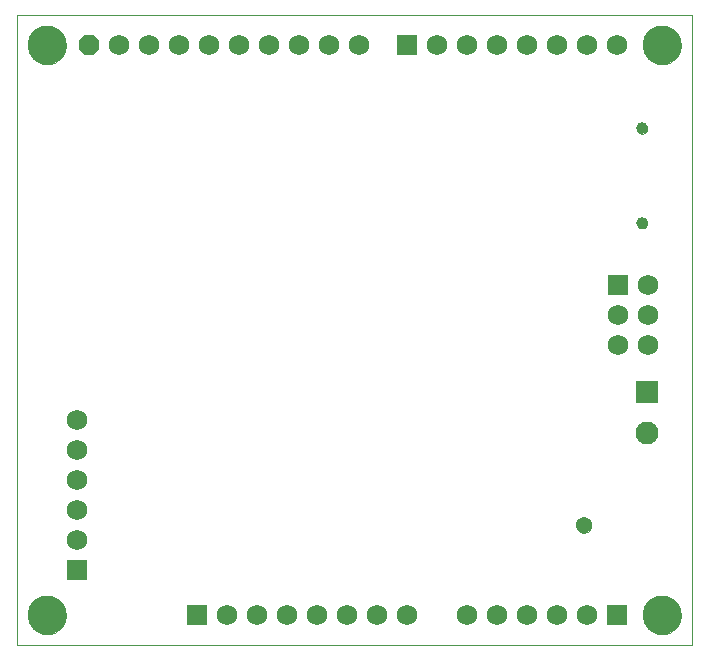
<source format=gbs>
G75*
%MOIN*%
%OFA0B0*%
%FSLAX24Y24*%
%IPPOS*%
%LPD*%
%AMOC8*
5,1,8,0,0,1.08239X$1,22.5*
%
%ADD10C,0.0000*%
%ADD11C,0.1300*%
%ADD12C,0.0390*%
%ADD13R,0.0690X0.0690*%
%ADD14C,0.0690*%
%ADD15C,0.0540*%
%ADD16R,0.0768X0.0768*%
%ADD17C,0.0768*%
%ADD18OC8,0.0690*%
D10*
X004872Y000861D02*
X027372Y000861D01*
X027372Y021861D01*
X004872Y021861D01*
X004872Y000861D01*
X005242Y001861D02*
X005244Y001911D01*
X005250Y001961D01*
X005260Y002010D01*
X005274Y002058D01*
X005291Y002105D01*
X005312Y002150D01*
X005337Y002194D01*
X005365Y002235D01*
X005397Y002274D01*
X005431Y002311D01*
X005468Y002345D01*
X005508Y002375D01*
X005550Y002402D01*
X005594Y002426D01*
X005640Y002447D01*
X005687Y002463D01*
X005735Y002476D01*
X005785Y002485D01*
X005834Y002490D01*
X005885Y002491D01*
X005935Y002488D01*
X005984Y002481D01*
X006033Y002470D01*
X006081Y002455D01*
X006127Y002437D01*
X006172Y002415D01*
X006215Y002389D01*
X006256Y002360D01*
X006295Y002328D01*
X006331Y002293D01*
X006363Y002255D01*
X006393Y002215D01*
X006420Y002172D01*
X006443Y002128D01*
X006462Y002082D01*
X006478Y002034D01*
X006490Y001985D01*
X006498Y001936D01*
X006502Y001886D01*
X006502Y001836D01*
X006498Y001786D01*
X006490Y001737D01*
X006478Y001688D01*
X006462Y001640D01*
X006443Y001594D01*
X006420Y001550D01*
X006393Y001507D01*
X006363Y001467D01*
X006331Y001429D01*
X006295Y001394D01*
X006256Y001362D01*
X006215Y001333D01*
X006172Y001307D01*
X006127Y001285D01*
X006081Y001267D01*
X006033Y001252D01*
X005984Y001241D01*
X005935Y001234D01*
X005885Y001231D01*
X005834Y001232D01*
X005785Y001237D01*
X005735Y001246D01*
X005687Y001259D01*
X005640Y001275D01*
X005594Y001296D01*
X005550Y001320D01*
X005508Y001347D01*
X005468Y001377D01*
X005431Y001411D01*
X005397Y001448D01*
X005365Y001487D01*
X005337Y001528D01*
X005312Y001572D01*
X005291Y001617D01*
X005274Y001664D01*
X005260Y001712D01*
X005250Y001761D01*
X005244Y001811D01*
X005242Y001861D01*
X023522Y004861D02*
X023524Y004892D01*
X023530Y004923D01*
X023540Y004953D01*
X023553Y004981D01*
X023570Y005008D01*
X023590Y005032D01*
X023613Y005054D01*
X023638Y005072D01*
X023666Y005087D01*
X023695Y005099D01*
X023725Y005107D01*
X023756Y005111D01*
X023788Y005111D01*
X023819Y005107D01*
X023849Y005099D01*
X023878Y005087D01*
X023906Y005072D01*
X023931Y005054D01*
X023954Y005032D01*
X023974Y005008D01*
X023991Y004981D01*
X024004Y004953D01*
X024014Y004923D01*
X024020Y004892D01*
X024022Y004861D01*
X024020Y004830D01*
X024014Y004799D01*
X024004Y004769D01*
X023991Y004741D01*
X023974Y004714D01*
X023954Y004690D01*
X023931Y004668D01*
X023906Y004650D01*
X023878Y004635D01*
X023849Y004623D01*
X023819Y004615D01*
X023788Y004611D01*
X023756Y004611D01*
X023725Y004615D01*
X023695Y004623D01*
X023666Y004635D01*
X023638Y004650D01*
X023613Y004668D01*
X023590Y004690D01*
X023570Y004714D01*
X023553Y004741D01*
X023540Y004769D01*
X023530Y004799D01*
X023524Y004830D01*
X023522Y004861D01*
X025742Y001861D02*
X025744Y001911D01*
X025750Y001961D01*
X025760Y002010D01*
X025774Y002058D01*
X025791Y002105D01*
X025812Y002150D01*
X025837Y002194D01*
X025865Y002235D01*
X025897Y002274D01*
X025931Y002311D01*
X025968Y002345D01*
X026008Y002375D01*
X026050Y002402D01*
X026094Y002426D01*
X026140Y002447D01*
X026187Y002463D01*
X026235Y002476D01*
X026285Y002485D01*
X026334Y002490D01*
X026385Y002491D01*
X026435Y002488D01*
X026484Y002481D01*
X026533Y002470D01*
X026581Y002455D01*
X026627Y002437D01*
X026672Y002415D01*
X026715Y002389D01*
X026756Y002360D01*
X026795Y002328D01*
X026831Y002293D01*
X026863Y002255D01*
X026893Y002215D01*
X026920Y002172D01*
X026943Y002128D01*
X026962Y002082D01*
X026978Y002034D01*
X026990Y001985D01*
X026998Y001936D01*
X027002Y001886D01*
X027002Y001836D01*
X026998Y001786D01*
X026990Y001737D01*
X026978Y001688D01*
X026962Y001640D01*
X026943Y001594D01*
X026920Y001550D01*
X026893Y001507D01*
X026863Y001467D01*
X026831Y001429D01*
X026795Y001394D01*
X026756Y001362D01*
X026715Y001333D01*
X026672Y001307D01*
X026627Y001285D01*
X026581Y001267D01*
X026533Y001252D01*
X026484Y001241D01*
X026435Y001234D01*
X026385Y001231D01*
X026334Y001232D01*
X026285Y001237D01*
X026235Y001246D01*
X026187Y001259D01*
X026140Y001275D01*
X026094Y001296D01*
X026050Y001320D01*
X026008Y001347D01*
X025968Y001377D01*
X025931Y001411D01*
X025897Y001448D01*
X025865Y001487D01*
X025837Y001528D01*
X025812Y001572D01*
X025791Y001617D01*
X025774Y001664D01*
X025760Y001712D01*
X025750Y001761D01*
X025744Y001811D01*
X025742Y001861D01*
X025538Y014937D02*
X025540Y014963D01*
X025546Y014989D01*
X025555Y015013D01*
X025568Y015036D01*
X025585Y015056D01*
X025604Y015074D01*
X025626Y015089D01*
X025649Y015100D01*
X025674Y015108D01*
X025700Y015112D01*
X025726Y015112D01*
X025752Y015108D01*
X025777Y015100D01*
X025801Y015089D01*
X025822Y015074D01*
X025841Y015056D01*
X025858Y015036D01*
X025871Y015013D01*
X025880Y014989D01*
X025886Y014963D01*
X025888Y014937D01*
X025886Y014911D01*
X025880Y014885D01*
X025871Y014861D01*
X025858Y014838D01*
X025841Y014818D01*
X025822Y014800D01*
X025800Y014785D01*
X025777Y014774D01*
X025752Y014766D01*
X025726Y014762D01*
X025700Y014762D01*
X025674Y014766D01*
X025649Y014774D01*
X025625Y014785D01*
X025604Y014800D01*
X025585Y014818D01*
X025568Y014838D01*
X025555Y014861D01*
X025546Y014885D01*
X025540Y014911D01*
X025538Y014937D01*
X025538Y018087D02*
X025540Y018113D01*
X025546Y018139D01*
X025555Y018163D01*
X025568Y018186D01*
X025585Y018206D01*
X025604Y018224D01*
X025626Y018239D01*
X025649Y018250D01*
X025674Y018258D01*
X025700Y018262D01*
X025726Y018262D01*
X025752Y018258D01*
X025777Y018250D01*
X025801Y018239D01*
X025822Y018224D01*
X025841Y018206D01*
X025858Y018186D01*
X025871Y018163D01*
X025880Y018139D01*
X025886Y018113D01*
X025888Y018087D01*
X025886Y018061D01*
X025880Y018035D01*
X025871Y018011D01*
X025858Y017988D01*
X025841Y017968D01*
X025822Y017950D01*
X025800Y017935D01*
X025777Y017924D01*
X025752Y017916D01*
X025726Y017912D01*
X025700Y017912D01*
X025674Y017916D01*
X025649Y017924D01*
X025625Y017935D01*
X025604Y017950D01*
X025585Y017968D01*
X025568Y017988D01*
X025555Y018011D01*
X025546Y018035D01*
X025540Y018061D01*
X025538Y018087D01*
X025742Y020861D02*
X025744Y020911D01*
X025750Y020961D01*
X025760Y021010D01*
X025774Y021058D01*
X025791Y021105D01*
X025812Y021150D01*
X025837Y021194D01*
X025865Y021235D01*
X025897Y021274D01*
X025931Y021311D01*
X025968Y021345D01*
X026008Y021375D01*
X026050Y021402D01*
X026094Y021426D01*
X026140Y021447D01*
X026187Y021463D01*
X026235Y021476D01*
X026285Y021485D01*
X026334Y021490D01*
X026385Y021491D01*
X026435Y021488D01*
X026484Y021481D01*
X026533Y021470D01*
X026581Y021455D01*
X026627Y021437D01*
X026672Y021415D01*
X026715Y021389D01*
X026756Y021360D01*
X026795Y021328D01*
X026831Y021293D01*
X026863Y021255D01*
X026893Y021215D01*
X026920Y021172D01*
X026943Y021128D01*
X026962Y021082D01*
X026978Y021034D01*
X026990Y020985D01*
X026998Y020936D01*
X027002Y020886D01*
X027002Y020836D01*
X026998Y020786D01*
X026990Y020737D01*
X026978Y020688D01*
X026962Y020640D01*
X026943Y020594D01*
X026920Y020550D01*
X026893Y020507D01*
X026863Y020467D01*
X026831Y020429D01*
X026795Y020394D01*
X026756Y020362D01*
X026715Y020333D01*
X026672Y020307D01*
X026627Y020285D01*
X026581Y020267D01*
X026533Y020252D01*
X026484Y020241D01*
X026435Y020234D01*
X026385Y020231D01*
X026334Y020232D01*
X026285Y020237D01*
X026235Y020246D01*
X026187Y020259D01*
X026140Y020275D01*
X026094Y020296D01*
X026050Y020320D01*
X026008Y020347D01*
X025968Y020377D01*
X025931Y020411D01*
X025897Y020448D01*
X025865Y020487D01*
X025837Y020528D01*
X025812Y020572D01*
X025791Y020617D01*
X025774Y020664D01*
X025760Y020712D01*
X025750Y020761D01*
X025744Y020811D01*
X025742Y020861D01*
X005242Y020861D02*
X005244Y020911D01*
X005250Y020961D01*
X005260Y021010D01*
X005274Y021058D01*
X005291Y021105D01*
X005312Y021150D01*
X005337Y021194D01*
X005365Y021235D01*
X005397Y021274D01*
X005431Y021311D01*
X005468Y021345D01*
X005508Y021375D01*
X005550Y021402D01*
X005594Y021426D01*
X005640Y021447D01*
X005687Y021463D01*
X005735Y021476D01*
X005785Y021485D01*
X005834Y021490D01*
X005885Y021491D01*
X005935Y021488D01*
X005984Y021481D01*
X006033Y021470D01*
X006081Y021455D01*
X006127Y021437D01*
X006172Y021415D01*
X006215Y021389D01*
X006256Y021360D01*
X006295Y021328D01*
X006331Y021293D01*
X006363Y021255D01*
X006393Y021215D01*
X006420Y021172D01*
X006443Y021128D01*
X006462Y021082D01*
X006478Y021034D01*
X006490Y020985D01*
X006498Y020936D01*
X006502Y020886D01*
X006502Y020836D01*
X006498Y020786D01*
X006490Y020737D01*
X006478Y020688D01*
X006462Y020640D01*
X006443Y020594D01*
X006420Y020550D01*
X006393Y020507D01*
X006363Y020467D01*
X006331Y020429D01*
X006295Y020394D01*
X006256Y020362D01*
X006215Y020333D01*
X006172Y020307D01*
X006127Y020285D01*
X006081Y020267D01*
X006033Y020252D01*
X005984Y020241D01*
X005935Y020234D01*
X005885Y020231D01*
X005834Y020232D01*
X005785Y020237D01*
X005735Y020246D01*
X005687Y020259D01*
X005640Y020275D01*
X005594Y020296D01*
X005550Y020320D01*
X005508Y020347D01*
X005468Y020377D01*
X005431Y020411D01*
X005397Y020448D01*
X005365Y020487D01*
X005337Y020528D01*
X005312Y020572D01*
X005291Y020617D01*
X005274Y020664D01*
X005260Y020712D01*
X005250Y020761D01*
X005244Y020811D01*
X005242Y020861D01*
D11*
X005872Y020861D03*
X026372Y020861D03*
X026372Y001861D03*
X005872Y001861D03*
D12*
X025713Y014937D03*
X025713Y018087D03*
D13*
X024922Y012861D03*
X017872Y020861D03*
X006872Y003361D03*
X010872Y001861D03*
X024872Y001861D03*
D14*
X023872Y001861D03*
X022872Y001861D03*
X021872Y001861D03*
X020872Y001861D03*
X019872Y001861D03*
X017872Y001861D03*
X016872Y001861D03*
X015872Y001861D03*
X014872Y001861D03*
X013872Y001861D03*
X012872Y001861D03*
X011872Y001861D03*
X006872Y004361D03*
X006872Y005361D03*
X006872Y006361D03*
X006872Y007361D03*
X006872Y008361D03*
X008272Y020861D03*
X009272Y020861D03*
X010272Y020861D03*
X011272Y020861D03*
X012272Y020861D03*
X013272Y020861D03*
X014272Y020861D03*
X015272Y020861D03*
X016272Y020861D03*
X018872Y020861D03*
X019872Y020861D03*
X020872Y020861D03*
X021872Y020861D03*
X022872Y020861D03*
X023872Y020861D03*
X024872Y020861D03*
X025922Y012861D03*
X025922Y011861D03*
X024922Y011861D03*
X024922Y010861D03*
X025922Y010861D03*
D15*
X023772Y004861D03*
D16*
X025872Y009300D03*
D17*
X025872Y007922D03*
D18*
X007272Y020861D03*
M02*

</source>
